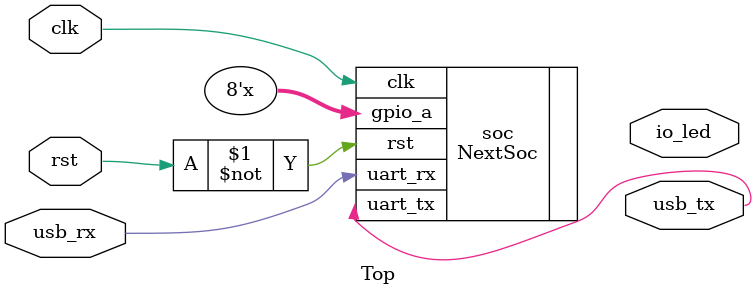
<source format=sv>
module Top (
    input logic clk,
    input logic rst,
    input logic usb_rx,
    output logic usb_tx,
    output logic [23:0] io_led
);

    NextSoc soc(
        .clk(clk),
        .rst(~rst),
        .uart_rx(usb_rx),
        .uart_tx(usb_tx),
        // TODO - pins need to be described as tri state buffer in order to function as GPIO pins
        // https://electronics.stackexchange.com/questions/356632/fpga-is-it-possible-to-change-the-pin-direction-type-during-runtime
        .gpio_a(gpio_a[7:0])
    );

endmodule

</source>
